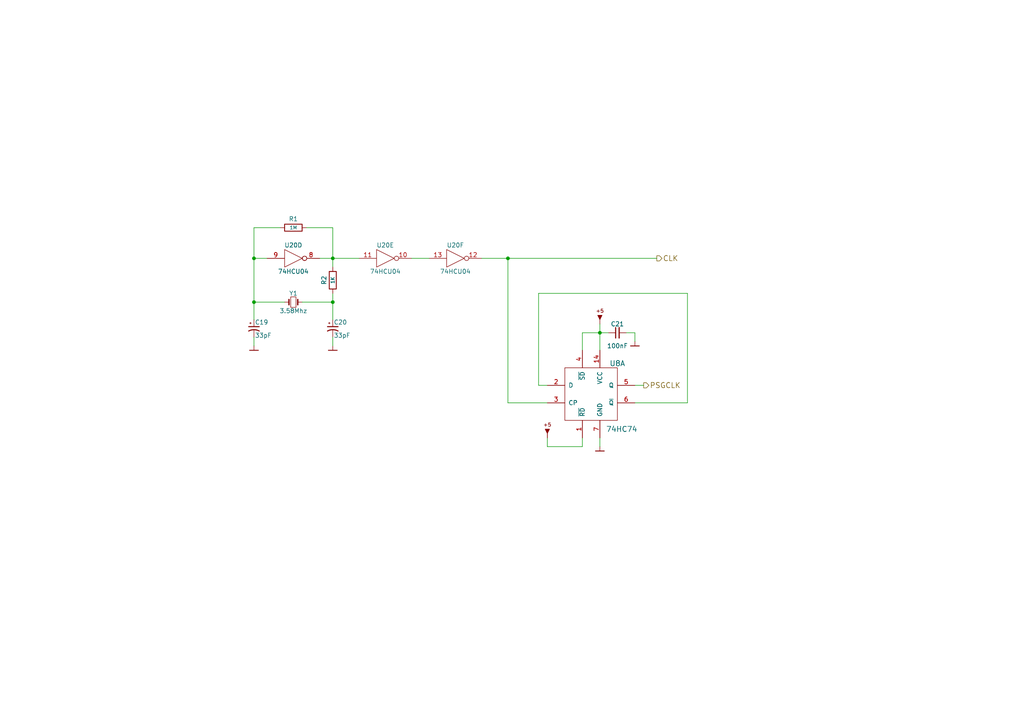
<source format=kicad_sch>
(kicad_sch (version 20211123) (generator eeschema)

  (uuid 0ce1dd44-f307-4f98-9f0d-478fd87daa64)

  (paper "A4")

  (lib_symbols
    (symbol "artemisa:74HC74" (pin_names (offset 1.016)) (in_bom yes) (on_board yes)
      (property "Reference" "U" (id 0) (at -6.35 8.89 0)
        (effects (font (size 1.524 1.524)))
      )
      (property "Value" "74HC74" (id 1) (at 12.7 -6.35 0)
        (effects (font (size 1.524 1.524)))
      )
      (property "Footprint" "" (id 2) (at -2.54 -5.08 0)
        (effects (font (size 1.524 1.524)) hide)
      )
      (property "Datasheet" "" (id 3) (at -2.54 -5.08 0)
        (effects (font (size 1.524 1.524)) hide)
      )
      (symbol "74HC74_1_1"
        (rectangle (start -7.62 7.62) (end 7.62 -7.62)
          (stroke (width 0) (type default) (color 0 0 0 0))
          (fill (type none))
        )
        (pin input line (at -2.54 -12.7 90) (length 5.08)
          (name "~{RD}" (effects (font (size 1.27 1.27))))
          (number "1" (effects (font (size 1.27 1.27))))
        )
        (pin power_in line (at 2.54 12.7 270) (length 5.08)
          (name "VCC" (effects (font (size 1.27 1.27))))
          (number "14" (effects (font (size 1.27 1.27))))
        )
        (pin input line (at -12.7 2.54 0) (length 5.08)
          (name "D" (effects (font (size 1.27 1.27))))
          (number "2" (effects (font (size 1.27 1.27))))
        )
        (pin input line (at -12.7 -2.54 0) (length 5.08)
          (name "CP" (effects (font (size 1.27 1.27))))
          (number "3" (effects (font (size 1.27 1.27))))
        )
        (pin input line (at -2.54 12.7 270) (length 5.08)
          (name "~{SD}" (effects (font (size 1.27 1.27))))
          (number "4" (effects (font (size 1.27 1.27))))
        )
        (pin output line (at 12.7 2.54 180) (length 5.08)
          (name "Q" (effects (font (size 1.27 1.27))))
          (number "5" (effects (font (size 1.27 1.27))))
        )
        (pin output line (at 12.7 -2.54 180) (length 5.08)
          (name "~{Q}" (effects (font (size 1.27 1.27))))
          (number "6" (effects (font (size 1.27 1.27))))
        )
        (pin power_in line (at 2.54 -12.7 90) (length 5.08)
          (name "GND" (effects (font (size 1.27 1.27))))
          (number "7" (effects (font (size 1.27 1.27))))
        )
      )
      (symbol "74HC74_2_1"
        (rectangle (start -5.08 7.62) (end 5.08 -7.62)
          (stroke (width 0) (type default) (color 0 0 0 0))
          (fill (type none))
        )
        (pin input line (at 0 12.7 270) (length 5.08)
          (name "~{SD}" (effects (font (size 1.27 1.27))))
          (number "10" (effects (font (size 1.27 1.27))))
        )
        (pin input line (at -10.16 -2.54 0) (length 5.08)
          (name "CP" (effects (font (size 1.27 1.27))))
          (number "11" (effects (font (size 1.27 1.27))))
        )
        (pin input line (at -10.16 2.54 0) (length 5.08)
          (name "D" (effects (font (size 1.27 1.27))))
          (number "12" (effects (font (size 1.27 1.27))))
        )
        (pin input line (at 0 -12.7 90) (length 5.08)
          (name "~{RD}" (effects (font (size 1.27 1.27))))
          (number "13" (effects (font (size 1.27 1.27))))
        )
        (pin output line (at 10.16 -2.54 180) (length 5.08)
          (name "~{Q}" (effects (font (size 1.27 1.27))))
          (number "8" (effects (font (size 1.27 1.27))))
        )
        (pin output line (at 10.16 2.54 180) (length 5.08)
          (name "Q" (effects (font (size 1.27 1.27))))
          (number "9" (effects (font (size 1.27 1.27))))
        )
      )
    )
    (symbol "artemisa:74HCU04" (pin_names (offset 0.762) hide) (in_bom yes) (on_board yes)
      (property "Reference" "U" (id 0) (at -7.62 2.54 0)
        (effects (font (size 1.27 1.27)))
      )
      (property "Value" "74HCU04" (id 1) (at -6.35 -1.27 0)
        (effects (font (size 1.27 1.27)))
      )
      (property "Footprint" "" (id 2) (at 0 0 0)
        (effects (font (size 1.27 1.27)) hide)
      )
      (property "Datasheet" "" (id 3) (at 0 0 0)
        (effects (font (size 1.27 1.27)) hide)
      )
      (symbol "74HCU04_1_1"
        (polyline
          (pts
            (xy -2.54 -2.54)
            (xy -2.54 2.54)
            (xy 2.54 0)
            (xy -2.54 -2.54)
          )
          (stroke (width 0) (type default) (color 0 0 0 0))
          (fill (type none))
        )
        (text "GND" (at 1.27 -3.81 900)
          (effects (font (size 0.762 0.762)))
        )
        (text "VCC" (at 1.27 3.81 900)
          (effects (font (size 0.762 0.762)))
        )
        (pin input line (at -7.62 0 0) (length 5.0038)
          (name "~" (effects (font (size 1.27 1.27))))
          (number "1" (effects (font (size 1.27 1.27))))
        )
        (pin power_in line (at 0 5.08 270) (length 3.81)
          (name "VCC" (effects (font (size 1.27 1.27))))
          (number "14" (effects (font (size 0.762 0.762))))
        )
        (pin output inverted (at 7.62 0 180) (length 5.0038)
          (name "~" (effects (font (size 1.27 1.27))))
          (number "2" (effects (font (size 1.27 1.27))))
        )
        (pin power_in line (at 0 -5.08 90) (length 3.81)
          (name "GND" (effects (font (size 1.27 1.27))))
          (number "7" (effects (font (size 0.762 0.762))))
        )
      )
      (symbol "74HCU04_1_2"
        (polyline
          (pts
            (xy -2.54 2.54)
            (xy -2.54 -2.54)
            (xy 2.54 0)
            (xy -2.54 2.54)
          )
          (stroke (width 0) (type default) (color 0 0 0 0))
          (fill (type none))
        )
        (pin input inverted (at -7.62 0 0) (length 5.08)
          (name "~" (effects (font (size 1.27 1.27))))
          (number "1" (effects (font (size 1.27 1.27))))
        )
        (pin output line (at 7.62 0 180) (length 5.08)
          (name "~" (effects (font (size 1.27 1.27))))
          (number "2" (effects (font (size 1.27 1.27))))
        )
      )
      (symbol "74HCU04_2_1"
        (polyline
          (pts
            (xy -2.54 2.54)
            (xy -2.54 -2.54)
            (xy 2.54 0)
            (xy -2.54 2.54)
          )
          (stroke (width 0) (type default) (color 0 0 0 0))
          (fill (type none))
        )
        (pin input line (at -7.62 0 0) (length 5.0038)
          (name "~" (effects (font (size 1.27 1.27))))
          (number "3" (effects (font (size 1.27 1.27))))
        )
        (pin output inverted (at 7.62 0 180) (length 5.0038)
          (name "~" (effects (font (size 1.27 1.27))))
          (number "4" (effects (font (size 1.27 1.27))))
        )
      )
      (symbol "74HCU04_2_2"
        (polyline
          (pts
            (xy -2.54 2.54)
            (xy -2.54 -2.54)
            (xy 2.54 0)
            (xy -2.54 2.54)
          )
          (stroke (width 0) (type default) (color 0 0 0 0))
          (fill (type none))
        )
        (pin input inverted (at -7.62 0 0) (length 5.08)
          (name "~" (effects (font (size 1.27 1.27))))
          (number "3" (effects (font (size 1.27 1.27))))
        )
        (pin output line (at 7.62 0 180) (length 5.08)
          (name "~" (effects (font (size 1.27 1.27))))
          (number "4" (effects (font (size 1.27 1.27))))
        )
      )
      (symbol "74HCU04_3_1"
        (polyline
          (pts
            (xy -2.54 2.54)
            (xy -2.54 -2.54)
            (xy 2.54 0)
            (xy -2.54 2.54)
          )
          (stroke (width 0) (type default) (color 0 0 0 0))
          (fill (type none))
        )
        (pin input line (at -7.62 0 0) (length 5.0038)
          (name "~" (effects (font (size 1.27 1.27))))
          (number "5" (effects (font (size 1.27 1.27))))
        )
        (pin output inverted (at 7.62 0 180) (length 5.0038)
          (name "~" (effects (font (size 1.27 1.27))))
          (number "6" (effects (font (size 1.27 1.27))))
        )
      )
      (symbol "74HCU04_3_2"
        (polyline
          (pts
            (xy -2.54 2.54)
            (xy -2.54 -2.54)
            (xy 2.54 0)
            (xy -2.54 2.54)
          )
          (stroke (width 0) (type default) (color 0 0 0 0))
          (fill (type none))
        )
        (pin input inverted (at -7.62 0 0) (length 5.08)
          (name "~" (effects (font (size 1.27 1.27))))
          (number "5" (effects (font (size 1.27 1.27))))
        )
        (pin output line (at 7.62 0 180) (length 5.08)
          (name "~" (effects (font (size 1.27 1.27))))
          (number "6" (effects (font (size 1.27 1.27))))
        )
      )
      (symbol "74HCU04_4_1"
        (polyline
          (pts
            (xy -2.54 2.54)
            (xy -2.54 -2.54)
            (xy 2.54 0)
            (xy -2.54 2.54)
          )
          (stroke (width 0) (type default) (color 0 0 0 0))
          (fill (type none))
        )
        (pin output inverted (at 7.62 0 180) (length 5.0038)
          (name "~" (effects (font (size 1.27 1.27))))
          (number "8" (effects (font (size 1.27 1.27))))
        )
        (pin input line (at -7.62 0 0) (length 5.0038)
          (name "~" (effects (font (size 1.27 1.27))))
          (number "9" (effects (font (size 1.27 1.27))))
        )
      )
      (symbol "74HCU04_4_2"
        (polyline
          (pts
            (xy -2.54 2.54)
            (xy -2.54 -2.54)
            (xy 2.54 0)
            (xy -2.54 2.54)
          )
          (stroke (width 0) (type default) (color 0 0 0 0))
          (fill (type none))
        )
        (pin output line (at 7.62 0 180) (length 5.08)
          (name "~" (effects (font (size 1.27 1.27))))
          (number "8" (effects (font (size 1.27 1.27))))
        )
        (pin input inverted (at -7.62 0 0) (length 5.08)
          (name "~" (effects (font (size 1.27 1.27))))
          (number "9" (effects (font (size 1.27 1.27))))
        )
      )
      (symbol "74HCU04_5_1"
        (polyline
          (pts
            (xy -2.54 2.54)
            (xy -2.54 -2.54)
            (xy 2.54 0)
            (xy -2.54 2.54)
          )
          (stroke (width 0) (type default) (color 0 0 0 0))
          (fill (type none))
        )
        (pin output inverted (at 7.62 0 180) (length 5.0038)
          (name "~" (effects (font (size 1.27 1.27))))
          (number "10" (effects (font (size 1.27 1.27))))
        )
        (pin input line (at -7.62 0 0) (length 5.0038)
          (name "~" (effects (font (size 1.27 1.27))))
          (number "11" (effects (font (size 1.27 1.27))))
        )
      )
      (symbol "74HCU04_5_2"
        (polyline
          (pts
            (xy -2.54 2.54)
            (xy -2.54 -2.54)
            (xy 2.54 0)
            (xy -2.54 2.54)
          )
          (stroke (width 0) (type default) (color 0 0 0 0))
          (fill (type none))
        )
        (pin output line (at 7.62 0 180) (length 5.08)
          (name "~" (effects (font (size 1.27 1.27))))
          (number "10" (effects (font (size 1.27 1.27))))
        )
        (pin input inverted (at -7.62 0 0) (length 5.08)
          (name "~" (effects (font (size 1.27 1.27))))
          (number "11" (effects (font (size 1.27 1.27))))
        )
      )
      (symbol "74HCU04_6_1"
        (polyline
          (pts
            (xy -2.54 2.54)
            (xy -2.54 -2.54)
            (xy 2.54 0)
            (xy -2.54 2.54)
          )
          (stroke (width 0) (type default) (color 0 0 0 0))
          (fill (type none))
        )
        (pin output inverted (at 7.62 0 180) (length 5.0038)
          (name "~" (effects (font (size 1.27 1.27))))
          (number "12" (effects (font (size 1.27 1.27))))
        )
        (pin input line (at -7.62 0 0) (length 5.0038)
          (name "~" (effects (font (size 1.27 1.27))))
          (number "13" (effects (font (size 1.27 1.27))))
        )
      )
      (symbol "74HCU04_6_2"
        (polyline
          (pts
            (xy -2.54 2.54)
            (xy -2.54 -2.54)
            (xy 2.54 0)
            (xy -2.54 2.54)
          )
          (stroke (width 0) (type default) (color 0 0 0 0))
          (fill (type none))
        )
        (pin output line (at 7.62 0 180) (length 5.08)
          (name "~" (effects (font (size 1.27 1.27))))
          (number "12" (effects (font (size 1.27 1.27))))
        )
        (pin input inverted (at -7.62 0 0) (length 5.08)
          (name "~" (effects (font (size 1.27 1.27))))
          (number "13" (effects (font (size 1.27 1.27))))
        )
      )
    )
    (symbol "artemisa:CP" (pin_numbers hide) (pin_names (offset 0.254) hide) (in_bom yes) (on_board yes)
      (property "Reference" "C" (id 0) (at 0.254 1.778 0)
        (effects (font (size 1.27 1.27)) (justify left))
      )
      (property "Value" "CP" (id 1) (at 0.254 -2.032 0)
        (effects (font (size 1.27 1.27)) (justify left))
      )
      (property "Footprint" "" (id 2) (at 0 0 0)
        (effects (font (size 1.27 1.27)) hide)
      )
      (property "Datasheet" "" (id 3) (at 0 0 0)
        (effects (font (size 1.27 1.27)) hide)
      )
      (property "ki_fp_filters" "CP_*" (id 4) (at 0 0 0)
        (effects (font (size 1.27 1.27)) hide)
      )
      (symbol "CP_0_1"
        (polyline
          (pts
            (xy -1.524 0.508)
            (xy 1.524 0.508)
          )
          (stroke (width 0.3048) (type default) (color 0 0 0 0))
          (fill (type none))
        )
        (polyline
          (pts
            (xy -1.27 1.524)
            (xy -0.762 1.524)
          )
          (stroke (width 0) (type default) (color 0 0 0 0))
          (fill (type none))
        )
        (polyline
          (pts
            (xy -1.016 1.27)
            (xy -1.016 1.778)
          )
          (stroke (width 0) (type default) (color 0 0 0 0))
          (fill (type none))
        )
        (arc (start 1.524 -0.762) (mid 0 -0.3734) (end -1.524 -0.762)
          (stroke (width 0.3048) (type default) (color 0 0 0 0))
          (fill (type none))
        )
      )
      (symbol "CP_1_1"
        (pin passive line (at 0 2.54 270) (length 2.032)
          (name "~" (effects (font (size 1.27 1.27))))
          (number "1" (effects (font (size 1.27 1.27))))
        )
        (pin passive line (at 0 -2.54 90) (length 2.032)
          (name "~" (effects (font (size 1.27 1.27))))
          (number "2" (effects (font (size 1.27 1.27))))
        )
      )
    )
    (symbol "artemisa:Cap" (pin_numbers hide) (pin_names (offset 0.254) hide) (in_bom yes) (on_board yes)
      (property "Reference" "C" (id 0) (at 0.254 1.778 0)
        (effects (font (size 1.27 1.27)) (justify left))
      )
      (property "Value" "Cap" (id 1) (at 0.254 -2.032 0)
        (effects (font (size 1.27 1.27)) (justify left))
      )
      (property "Footprint" "" (id 2) (at 0 0 0)
        (effects (font (size 1.27 1.27)) hide)
      )
      (property "Datasheet" "" (id 3) (at 0 0 0)
        (effects (font (size 1.27 1.27)) hide)
      )
      (property "ki_fp_filters" "C_*" (id 4) (at 0 0 0)
        (effects (font (size 1.27 1.27)) hide)
      )
      (symbol "Cap_0_1"
        (polyline
          (pts
            (xy -1.524 -0.508)
            (xy 1.524 -0.508)
          )
          (stroke (width 0.3302) (type default) (color 0 0 0 0))
          (fill (type none))
        )
        (polyline
          (pts
            (xy -1.524 0.508)
            (xy 1.524 0.508)
          )
          (stroke (width 0.3048) (type default) (color 0 0 0 0))
          (fill (type none))
        )
      )
      (symbol "Cap_1_1"
        (pin passive line (at 0 2.54 270) (length 2.032)
          (name "~" (effects (font (size 1.27 1.27))))
          (number "1" (effects (font (size 1.27 1.27))))
        )
        (pin passive line (at 0 -2.54 90) (length 2.032)
          (name "~" (effects (font (size 1.27 1.27))))
          (number "2" (effects (font (size 1.27 1.27))))
        )
      )
    )
    (symbol "artemisa:Crystal" (pin_numbers hide) (pin_names (offset 1.016) hide) (in_bom yes) (on_board yes)
      (property "Reference" "Y" (id 0) (at 0 2.54 0)
        (effects (font (size 1.27 1.27)))
      )
      (property "Value" "Crystal" (id 1) (at 0 -2.54 0)
        (effects (font (size 1.27 1.27)))
      )
      (property "Footprint" "" (id 2) (at 0 0 0)
        (effects (font (size 1.27 1.27)) hide)
      )
      (property "Datasheet" "" (id 3) (at 0 0 0)
        (effects (font (size 1.27 1.27)) hide)
      )
      (property "ki_fp_filters" "Crystal*" (id 4) (at 0 0 0)
        (effects (font (size 1.27 1.27)) hide)
      )
      (symbol "Crystal_0_1"
        (rectangle (start -0.762 -1.524) (end 0.762 1.524)
          (stroke (width 0) (type default) (color 0 0 0 0))
          (fill (type none))
        )
        (polyline
          (pts
            (xy -1.27 -0.762)
            (xy -1.27 0.762)
          )
          (stroke (width 0.381) (type default) (color 0 0 0 0))
          (fill (type none))
        )
        (polyline
          (pts
            (xy 1.27 -0.762)
            (xy 1.27 0.762)
          )
          (stroke (width 0.381) (type default) (color 0 0 0 0))
          (fill (type none))
        )
      )
      (symbol "Crystal_1_1"
        (pin passive line (at -2.54 0 0) (length 1.27)
          (name "1" (effects (font (size 1.27 1.27))))
          (number "1" (effects (font (size 1.27 1.27))))
        )
        (pin passive line (at 2.54 0 180) (length 1.27)
          (name "2" (effects (font (size 1.27 1.27))))
          (number "2" (effects (font (size 1.27 1.27))))
        )
      )
    )
    (symbol "artemisa:GND" (power) (pin_numbers hide) (pin_names (offset 0) hide) (in_bom yes) (on_board yes)
      (property "Reference" "#PWR" (id 0) (at 0 -2.54 0)
        (effects (font (size 1.524 1.524)) hide)
      )
      (property "Value" "GND" (id 1) (at 0 2.54 0)
        (effects (font (size 1.524 1.524)) hide)
      )
      (property "Footprint" "" (id 2) (at 0 0 0)
        (effects (font (size 1.524 1.524)) hide)
      )
      (property "Datasheet" "" (id 3) (at 0 0 0)
        (effects (font (size 1.524 1.524)) hide)
      )
      (symbol "GND_0_1"
        (polyline
          (pts
            (xy -1.27 -1.27)
            (xy 1.27 -1.27)
          )
          (stroke (width 0.254) (type default) (color 0 0 0 0))
          (fill (type none))
        )
      )
      (symbol "GND_1_1"
        (pin power_in line (at 0 0 270) (length 1.27)
          (name "GND" (effects (font (size 1.27 1.27))))
          (number "~" (effects (font (size 1.27 1.27))))
        )
      )
    )
    (symbol "artemisa:R" (pin_numbers hide) (pin_names (offset 1.016)) (in_bom yes) (on_board yes)
      (property "Reference" "R" (id 0) (at 0 -2.54 0)
        (effects (font (size 1.524 1.524)))
      )
      (property "Value" "R" (id 1) (at 0 0 0)
        (effects (font (size 1.016 1.016)))
      )
      (property "Footprint" "" (id 2) (at 0 0 90)
        (effects (font (size 1.524 1.524)) hide)
      )
      (property "Datasheet" "" (id 3) (at 0 0 90)
        (effects (font (size 1.524 1.524)) hide)
      )
      (symbol "R_1_1"
        (rectangle (start 2.54 -1.016) (end -2.54 1.016)
          (stroke (width 0.254) (type default) (color 0 0 0 0))
          (fill (type none))
        )
        (pin passive line (at -3.81 0 0) (length 1.27)
          (name "~" (effects (font (size 1.27 1.27))))
          (number "1" (effects (font (size 1.27 1.27))))
        )
        (pin passive line (at 3.81 0 180) (length 1.27)
          (name "~" (effects (font (size 1.27 1.27))))
          (number "2" (effects (font (size 1.27 1.27))))
        )
      )
    )
    (symbol "artemisa:VCC" (power) (pin_numbers hide) (pin_names (offset 0) hide) (in_bom yes) (on_board yes)
      (property "Reference" "#PWR" (id 0) (at 0 -1.27 0)
        (effects (font (size 1.524 1.524)) hide)
      )
      (property "Value" "VCC" (id 1) (at 0 6.35 0)
        (effects (font (size 1.524 1.524)) hide)
      )
      (property "Footprint" "" (id 2) (at 0 0 0)
        (effects (font (size 1.524 1.524)) hide)
      )
      (property "Datasheet" "" (id 3) (at 0 0 0)
        (effects (font (size 1.524 1.524)) hide)
      )
      (symbol "VCC_0_0"
        (text "+5" (at 0 3.81 0)
          (effects (font (size 1.016 1.016)))
        )
      )
      (symbol "VCC_0_1"
        (polyline
          (pts
            (xy 0 1.27)
            (xy 0.635 2.54)
            (xy -0.635 2.54)
            (xy 0 1.27)
          )
          (stroke (width 0) (type default) (color 0 0 0 0))
          (fill (type outline))
        )
      )
      (symbol "VCC_1_1"
        (pin power_in line (at 0 0 90) (length 1.27)
          (name "VCC" (effects (font (size 1.27 1.27))))
          (number "1" (effects (font (size 1.27 1.27))))
        )
      )
    )
  )

  (junction (at 73.66 87.63) (diameter 0) (color 0 0 0 0)
    (uuid 2b25e886-ded1-450a-ada1-ece4208052e4)
  )
  (junction (at 73.66 74.93) (diameter 0) (color 0 0 0 0)
    (uuid 5e6153e6-2c19-46de-9a8e-b310a2a07861)
  )
  (junction (at 96.52 87.63) (diameter 0) (color 0 0 0 0)
    (uuid 62f15a9a-9893-486e-9ad0-ea43f88fc9e7)
  )
  (junction (at 147.32 74.93) (diameter 0) (color 0 0 0 0)
    (uuid a686ed7c-c2d1-4d29-9d54-727faf9fd6bf)
  )
  (junction (at 96.52 74.93) (diameter 0) (color 0 0 0 0)
    (uuid c15b2f75-2e10-4b71-bebb-e2b872171b92)
  )
  (junction (at 173.99 96.52) (diameter 0) (color 0 0 0 0)
    (uuid fe6d9604-2924-4f38-950b-a31e8a281973)
  )

  (wire (pts (xy 173.99 96.52) (xy 173.99 101.6))
    (stroke (width 0) (type default) (color 0 0 0 0))
    (uuid 082aed28-f9e8-49e7-96ee-b5aa9f0319c7)
  )
  (wire (pts (xy 73.66 87.63) (xy 73.66 92.71))
    (stroke (width 0) (type default) (color 0 0 0 0))
    (uuid 09bbea88-8bd7-48ec-baae-1b4a9a11a40e)
  )
  (wire (pts (xy 81.28 66.04) (xy 73.66 66.04))
    (stroke (width 0) (type default) (color 0 0 0 0))
    (uuid 0f0f7bb5-ade7-4a81-82b4-43be6a8ad05c)
  )
  (wire (pts (xy 173.99 96.52) (xy 176.53 96.52))
    (stroke (width 0) (type default) (color 0 0 0 0))
    (uuid 10b20c6b-8045-46d1-a965-0d7dd9a1b5fa)
  )
  (wire (pts (xy 147.32 74.93) (xy 190.5 74.93))
    (stroke (width 0) (type default) (color 0 0 0 0))
    (uuid 15189cef-9045-423b-b4f6-a763d4e75704)
  )
  (wire (pts (xy 73.66 66.04) (xy 73.66 74.93))
    (stroke (width 0) (type default) (color 0 0 0 0))
    (uuid 1cacb878-9da4-41fc-aa80-018bc841e19a)
  )
  (wire (pts (xy 156.21 111.76) (xy 158.75 111.76))
    (stroke (width 0) (type default) (color 0 0 0 0))
    (uuid 291935ec-f8ff-41f0-8717-e68b8af7b8c1)
  )
  (wire (pts (xy 147.32 116.84) (xy 147.32 74.93))
    (stroke (width 0) (type default) (color 0 0 0 0))
    (uuid 2a4111b7-8149-4814-9344-3b8119cd75e4)
  )
  (wire (pts (xy 158.75 116.84) (xy 147.32 116.84))
    (stroke (width 0) (type default) (color 0 0 0 0))
    (uuid 35fb7c56-dc85-43f7-b954-81b8040a8500)
  )
  (wire (pts (xy 73.66 74.93) (xy 73.66 87.63))
    (stroke (width 0) (type default) (color 0 0 0 0))
    (uuid 41c18011-40db-4384-9ba4-c0158d0d9d6a)
  )
  (wire (pts (xy 96.52 87.63) (xy 96.52 92.71))
    (stroke (width 0) (type default) (color 0 0 0 0))
    (uuid 4346fe55-f906-453a-b81a-1c013104a598)
  )
  (wire (pts (xy 173.99 129.54) (xy 173.99 127))
    (stroke (width 0) (type default) (color 0 0 0 0))
    (uuid 4e677390-a246-4ca0-954c-746e0870f88f)
  )
  (wire (pts (xy 96.52 85.09) (xy 96.52 87.63))
    (stroke (width 0) (type default) (color 0 0 0 0))
    (uuid 51cc007a-3378-4ce3-909c-71e94822f8d1)
  )
  (wire (pts (xy 73.66 87.63) (xy 82.55 87.63))
    (stroke (width 0) (type default) (color 0 0 0 0))
    (uuid 5576cd03-3bad-40c5-9316-1d286895d52a)
  )
  (wire (pts (xy 168.91 127) (xy 168.91 129.54))
    (stroke (width 0) (type default) (color 0 0 0 0))
    (uuid 560d05a7-84e4-403a-80d1-f287a4032b8a)
  )
  (wire (pts (xy 96.52 74.93) (xy 92.71 74.93))
    (stroke (width 0) (type default) (color 0 0 0 0))
    (uuid 56d2bc5d-fd72-4542-ab0f-053a5fd60efa)
  )
  (wire (pts (xy 156.21 85.09) (xy 199.39 85.09))
    (stroke (width 0) (type default) (color 0 0 0 0))
    (uuid 59f60168-cced-43c9-aaa5-41a1a8a2f631)
  )
  (wire (pts (xy 139.7 74.93) (xy 147.32 74.93))
    (stroke (width 0) (type default) (color 0 0 0 0))
    (uuid 66ca01b3-51ff-4294-9b77-4492e98f6aec)
  )
  (wire (pts (xy 156.21 111.76) (xy 156.21 85.09))
    (stroke (width 0) (type default) (color 0 0 0 0))
    (uuid 73ee7e03-97a8-4121-b568-c25f3934a935)
  )
  (wire (pts (xy 186.69 111.76) (xy 184.15 111.76))
    (stroke (width 0) (type default) (color 0 0 0 0))
    (uuid 74855e0d-40e4-4940-a544-edae9207b2ea)
  )
  (wire (pts (xy 158.75 129.54) (xy 168.91 129.54))
    (stroke (width 0) (type default) (color 0 0 0 0))
    (uuid 7f064424-06a6-4f5b-87d6-1970ae527766)
  )
  (wire (pts (xy 168.91 96.52) (xy 168.91 101.6))
    (stroke (width 0) (type default) (color 0 0 0 0))
    (uuid 82204892-ec79-4d38-a593-52fb9a9b4b87)
  )
  (wire (pts (xy 73.66 100.33) (xy 73.66 97.79))
    (stroke (width 0) (type default) (color 0 0 0 0))
    (uuid 83184391-76ed-44f0-8cd0-01f89f157bdb)
  )
  (wire (pts (xy 184.15 99.06) (xy 184.15 96.52))
    (stroke (width 0) (type default) (color 0 0 0 0))
    (uuid 8b963561-586b-4575-b721-87e7914602c6)
  )
  (wire (pts (xy 87.63 87.63) (xy 96.52 87.63))
    (stroke (width 0) (type default) (color 0 0 0 0))
    (uuid 96ef76a5-90c3-4767-98ba-2b61887e28d3)
  )
  (wire (pts (xy 96.52 74.93) (xy 104.14 74.93))
    (stroke (width 0) (type default) (color 0 0 0 0))
    (uuid 9f969b13-1795-4747-8326-93bdc304ed56)
  )
  (wire (pts (xy 158.75 127) (xy 158.75 129.54))
    (stroke (width 0) (type default) (color 0 0 0 0))
    (uuid a2a0f5cc-b5aa-4e3e-8d85-23bdc2f59aec)
  )
  (wire (pts (xy 96.52 66.04) (xy 96.52 74.93))
    (stroke (width 0) (type default) (color 0 0 0 0))
    (uuid b2b363dd-8e47-4a76-a142-e00e28334875)
  )
  (wire (pts (xy 173.99 96.52) (xy 168.91 96.52))
    (stroke (width 0) (type default) (color 0 0 0 0))
    (uuid b8c8c7a1-d546-4878-9de9-463ec76dff98)
  )
  (wire (pts (xy 96.52 74.93) (xy 96.52 77.47))
    (stroke (width 0) (type default) (color 0 0 0 0))
    (uuid c512fed3-9770-476b-b048-e781b4f3cd72)
  )
  (wire (pts (xy 96.52 66.04) (xy 88.9 66.04))
    (stroke (width 0) (type default) (color 0 0 0 0))
    (uuid cb1a49ef-0a06-4f40-9008-61d1d1c36198)
  )
  (wire (pts (xy 124.46 74.93) (xy 119.38 74.93))
    (stroke (width 0) (type default) (color 0 0 0 0))
    (uuid d655bb0a-cbf9-4908-ad60-7024ff468fbd)
  )
  (wire (pts (xy 199.39 116.84) (xy 199.39 85.09))
    (stroke (width 0) (type default) (color 0 0 0 0))
    (uuid d68dca9b-48b3-498b-9b5f-3b3838250f82)
  )
  (wire (pts (xy 184.15 96.52) (xy 181.61 96.52))
    (stroke (width 0) (type default) (color 0 0 0 0))
    (uuid da862bae-4511-4bb9-b18d-fa60a2737feb)
  )
  (wire (pts (xy 96.52 100.33) (xy 96.52 97.79))
    (stroke (width 0) (type default) (color 0 0 0 0))
    (uuid db6412d3-e6c3-4bdd-abf4-a8f55d56df31)
  )
  (wire (pts (xy 173.99 96.52) (xy 173.99 93.98))
    (stroke (width 0) (type default) (color 0 0 0 0))
    (uuid ef94502b-f22d-4da7-a17f-4100090b03a1)
  )
  (wire (pts (xy 184.15 116.84) (xy 199.39 116.84))
    (stroke (width 0) (type default) (color 0 0 0 0))
    (uuid f6a3288e-9575-42bb-af05-a920d59aded8)
  )
  (wire (pts (xy 77.47 74.93) (xy 73.66 74.93))
    (stroke (width 0) (type default) (color 0 0 0 0))
    (uuid f6a5c856-f2b5-40eb-a958-b666a0d408a0)
  )

  (hierarchical_label "PSGCLK" (shape output) (at 186.69 111.76 0)
    (effects (font (size 1.524 1.524)) (justify left))
    (uuid a239fd1d-dfbb-49fd-b565-8c3de9dcf42b)
  )
  (hierarchical_label "CLK" (shape output) (at 190.5 74.93 0)
    (effects (font (size 1.524 1.524)) (justify left))
    (uuid b9d4de74-d246-495d-8b63-12ab2133d6d6)
  )

  (symbol (lib_id "artemisa:Crystal") (at 85.09 87.63 0) (unit 1)
    (in_bom yes) (on_board yes)
    (uuid 00000000-0000-0000-0000-00005bf8884a)
    (property "Reference" "Y1" (id 0) (at 85.09 85.09 0))
    (property "Value" "3.58Mhz" (id 1) (at 85.09 90.17 0))
    (property "Footprint" "artemisa:Crystal" (id 2) (at 85.09 87.63 0)
      (effects (font (size 1.27 1.27)) hide)
    )
    (property "Datasheet" "" (id 3) (at 85.09 87.63 0)
      (effects (font (size 1.27 1.27)) hide)
    )
    (pin "1" (uuid bca00d08-1d1a-4671-abf5-2a3e69bc9ac6))
    (pin "2" (uuid 5c1f794e-f46f-47ee-9ff4-80d57ea4af19))
  )

  (symbol (lib_id "artemisa:CP") (at 73.66 95.25 0) (unit 1)
    (in_bom yes) (on_board yes)
    (uuid 00000000-0000-0000-0000-00005bf88851)
    (property "Reference" "C19" (id 0) (at 73.914 93.472 0)
      (effects (font (size 1.27 1.27)) (justify left))
    )
    (property "Value" "33pF" (id 1) (at 73.914 97.282 0)
      (effects (font (size 1.27 1.27)) (justify left))
    )
    (property "Footprint" "artemisa:Disc_capacitor" (id 2) (at 73.66 95.25 0)
      (effects (font (size 1.27 1.27)) hide)
    )
    (property "Datasheet" "" (id 3) (at 73.66 95.25 0)
      (effects (font (size 1.27 1.27)) hide)
    )
    (pin "1" (uuid 3edf4ad6-d132-45a4-8ed7-00927515ef53))
    (pin "2" (uuid e23778c8-498f-4f3c-a496-ca7948cd8002))
  )

  (symbol (lib_id "artemisa:CP") (at 96.52 95.25 0) (unit 1)
    (in_bom yes) (on_board yes)
    (uuid 00000000-0000-0000-0000-00005bf88858)
    (property "Reference" "C20" (id 0) (at 96.774 93.472 0)
      (effects (font (size 1.27 1.27)) (justify left))
    )
    (property "Value" "33pF" (id 1) (at 96.774 97.282 0)
      (effects (font (size 1.27 1.27)) (justify left))
    )
    (property "Footprint" "artemisa:Disc_capacitor" (id 2) (at 96.52 95.25 0)
      (effects (font (size 1.27 1.27)) hide)
    )
    (property "Datasheet" "" (id 3) (at 96.52 95.25 0)
      (effects (font (size 1.27 1.27)) hide)
    )
    (pin "1" (uuid 46e9332d-c795-4bf9-ac30-672c9f0dc01b))
    (pin "2" (uuid 1aed41db-dfd3-4b90-b7a1-5c94e9557cf1))
  )

  (symbol (lib_id "artemisa:74HCU04") (at 85.09 74.93 0) (unit 4)
    (in_bom yes) (on_board yes)
    (uuid 00000000-0000-0000-0000-00005bf8886e)
    (property "Reference" "U20" (id 0) (at 85.09 71.12 0))
    (property "Value" "74HCU04" (id 1) (at 85.09 78.74 0))
    (property "Footprint" "artemisa:DIP-14_300" (id 2) (at 85.09 74.93 0)
      (effects (font (size 1.27 1.27)) hide)
    )
    (property "Datasheet" "" (id 3) (at 85.09 74.93 0)
      (effects (font (size 1.27 1.27)) hide)
    )
    (pin "1" (uuid 7718da40-efa4-4e34-a267-870901c29b55))
    (pin "14" (uuid 3ec49490-906f-4a46-929c-b30b1502736b))
    (pin "2" (uuid 4dcf12f0-d22f-49eb-aa1b-3474b4dab3ed))
    (pin "7" (uuid 91ffa1de-4bff-4918-b879-52ed70dec913))
    (pin "3" (uuid a33778ae-6c6a-48d8-8b4c-745bf59d1391))
    (pin "4" (uuid 819438cd-eb04-49f4-9ba8-859316429688))
    (pin "5" (uuid abc425ae-34db-440c-baf2-199506429483))
    (pin "6" (uuid 4f46b8e8-9e73-4b6a-8e59-fbe50391f07b))
    (pin "8" (uuid 365ed274-ece5-479d-b394-a22ea72d34fa))
    (pin "9" (uuid 88afed53-0ec6-40ea-9b0f-1706cb8cd6a8))
    (pin "10" (uuid 9cedd501-5f1f-4872-8443-b4cd2ed87a12))
    (pin "11" (uuid c3ae173e-fd64-439b-98c6-e5ca41528bd9))
    (pin "12" (uuid 6b3f8bcc-3de8-4f39-8ed0-7c34895de042))
    (pin "13" (uuid 1095e07d-8c1c-40df-abaa-9cd930a13e62))
  )

  (symbol (lib_id "artemisa:74HCU04") (at 111.76 74.93 0) (unit 5)
    (in_bom yes) (on_board yes)
    (uuid 00000000-0000-0000-0000-00005bf88875)
    (property "Reference" "U20" (id 0) (at 111.76 71.12 0))
    (property "Value" "74HCU04" (id 1) (at 111.76 78.74 0))
    (property "Footprint" "artemisa:DIP-14_300" (id 2) (at 111.76 74.93 0)
      (effects (font (size 1.27 1.27)) hide)
    )
    (property "Datasheet" "" (id 3) (at 111.76 74.93 0)
      (effects (font (size 1.27 1.27)) hide)
    )
    (pin "1" (uuid 59105f9e-ada0-43e1-b3fb-c68ff75361e5))
    (pin "14" (uuid dfa64e3a-853f-45da-b6d7-93e2561a9b32))
    (pin "2" (uuid 52989783-c2ed-45d3-950f-2c6b6662bce9))
    (pin "7" (uuid 125b7ac6-58f8-4648-989a-7cb26078849e))
    (pin "3" (uuid c1af82fd-462e-47ca-b7fb-c897785e1a3e))
    (pin "4" (uuid 65840528-ae86-4ed9-af78-7b21e0f683c8))
    (pin "5" (uuid d4839c2b-a8ac-4cb1-92a9-e61030bbd675))
    (pin "6" (uuid 79401260-2f1e-4ed0-ada7-f2b90f89f5c6))
    (pin "8" (uuid b64b9c63-ae51-42f0-ac58-38094e4e141c))
    (pin "9" (uuid 3d8e7201-6ce5-4a8e-862f-faa744c79c67))
    (pin "10" (uuid ee38aec0-5beb-4800-bc27-4f11cb44b86c))
    (pin "11" (uuid c579da56-4f9a-4f3d-b913-557f4d7be3b4))
    (pin "12" (uuid 84b0d34f-561e-4159-b869-09ac10a3659e))
    (pin "13" (uuid bebef2ce-b901-44fd-84a6-49ad9d2cf651))
  )

  (symbol (lib_id "artemisa:R") (at 96.52 81.28 90) (unit 1)
    (in_bom yes) (on_board yes)
    (uuid 00000000-0000-0000-0000-00005bf8887c)
    (property "Reference" "R2" (id 0) (at 93.98 81.28 0))
    (property "Value" "1K" (id 1) (at 96.52 81.28 0)
      (effects (font (size 0.9906 0.9906)))
    )
    (property "Footprint" "artemisa:Axial_resistor" (id 2) (at 96.52 83.058 90)
      (effects (font (size 1.27 1.27)) hide)
    )
    (property "Datasheet" "" (id 3) (at 96.52 81.28 0)
      (effects (font (size 1.27 1.27)) hide)
    )
    (pin "1" (uuid 82f2e0d6-2fda-41d6-9b1f-1d94d4f9cb34))
    (pin "2" (uuid 9cb58f46-f724-447a-977f-c25c4fa3c7c4))
  )

  (symbol (lib_id "artemisa:R") (at 85.09 66.04 0) (unit 1)
    (in_bom yes) (on_board yes)
    (uuid 00000000-0000-0000-0000-00005bf88889)
    (property "Reference" "R1" (id 0) (at 85.09 63.5 0))
    (property "Value" "1M" (id 1) (at 85.09 66.04 0)
      (effects (font (size 0.9906 0.9906)))
    )
    (property "Footprint" "artemisa:Axial_resistor" (id 2) (at 83.312 66.04 90)
      (effects (font (size 1.27 1.27)) hide)
    )
    (property "Datasheet" "" (id 3) (at 85.09 66.04 0)
      (effects (font (size 1.27 1.27)) hide)
    )
    (pin "1" (uuid 8289d44a-3294-48d7-9aaf-7acd858828dc))
    (pin "2" (uuid 3fac1ffd-dad4-476c-b799-25824aef20cf))
  )

  (symbol (lib_id "artemisa:74HCU04") (at 132.08 74.93 0) (unit 6)
    (in_bom yes) (on_board yes)
    (uuid 00000000-0000-0000-0000-00005bf8889a)
    (property "Reference" "U20" (id 0) (at 132.08 71.12 0))
    (property "Value" "74HCU04" (id 1) (at 132.08 78.74 0))
    (property "Footprint" "artemisa:DIP-14_300" (id 2) (at 132.08 74.93 0)
      (effects (font (size 1.27 1.27)) hide)
    )
    (property "Datasheet" "" (id 3) (at 132.08 74.93 0)
      (effects (font (size 1.27 1.27)) hide)
    )
    (pin "1" (uuid d359f93e-704c-4d39-a437-9e6ae37eeb8f))
    (pin "14" (uuid 3fd0b65e-9dcc-4cde-917a-b3cacc42de47))
    (pin "2" (uuid 0e463808-51a8-4fe7-a3dd-e5cba2e81679))
    (pin "7" (uuid 2be5b708-76d3-4fa2-bd24-ba040ea870cf))
    (pin "3" (uuid 06238c72-f351-48ec-8a71-67d629a9b0b4))
    (pin "4" (uuid 518bc6cb-8998-45f3-9ca5-d6ef52682784))
    (pin "5" (uuid 3e338933-e9f4-45de-9ca2-d8dcfcaf8f59))
    (pin "6" (uuid f5677c41-5f29-4841-b647-470fd7be97f4))
    (pin "8" (uuid dd68fbf7-1b9e-464f-b0f8-c410d28cca58))
    (pin "9" (uuid 9533c33a-6bad-4dda-b0d3-7708db91a8a9))
    (pin "10" (uuid e8f1b820-faa5-4505-aec2-16ae742413fe))
    (pin "11" (uuid 716d3e07-623e-497f-945c-16daf2a02cec))
    (pin "12" (uuid 32b13f48-766e-4a55-8288-076cc8c02164))
    (pin "13" (uuid 8f823fa7-9625-488d-86a8-edebc666e2b1))
  )

  (symbol (lib_id "artemisa:74HC74") (at 171.45 114.3 0) (unit 1)
    (in_bom yes) (on_board yes)
    (uuid 00000000-0000-0000-0000-00005bfe5cc0)
    (property "Reference" "U8" (id 0) (at 179.07 105.41 0)
      (effects (font (size 1.524 1.524)))
    )
    (property "Value" "74HC74" (id 1) (at 180.34 124.46 0)
      (effects (font (size 1.524 1.524)))
    )
    (property "Footprint" "artemisa:DIP-14_300" (id 2) (at 171.45 119.38 0)
      (effects (font (size 1.524 1.524)) hide)
    )
    (property "Datasheet" "" (id 3) (at 171.45 119.38 0)
      (effects (font (size 1.524 1.524)) hide)
    )
    (pin "1" (uuid c6046fbf-8926-4dbf-8b01-5220e4d2de37))
    (pin "14" (uuid 2b6301a3-5467-4fc1-bb31-50e77447df18))
    (pin "2" (uuid 8c077155-3d1b-4c61-8ad6-aa7da49ff67a))
    (pin "3" (uuid f5c2b239-25c2-4a77-b83f-96c3fdbe7817))
    (pin "4" (uuid 5f70a067-b3bd-48a3-8ea3-c9f50586f7c5))
    (pin "5" (uuid 22e3c59c-b0c7-47c4-8072-845a74a60838))
    (pin "6" (uuid 00d35d35-a124-4754-a19e-a3136e64fbfa))
    (pin "7" (uuid d2a2d595-c71b-425e-a2be-8543c0300d91))
    (pin "10" (uuid e47e6e95-0956-4169-b0b3-7209e279c08c))
    (pin "11" (uuid 00f581e5-cd74-4331-848f-de2ca93f7f36))
    (pin "12" (uuid 9e838fb8-ba8a-4829-aa7e-5c1e4f925533))
    (pin "13" (uuid 19f50e7a-18b3-487b-b35e-21be3ffa34e5))
    (pin "8" (uuid b6ca9688-23ae-4b35-8e30-96a2f33dbe4d))
    (pin "9" (uuid ea5d18f5-d505-4f66-9596-373e2236d623))
  )

  (symbol (lib_id "artemisa:VCC") (at 173.99 93.98 0) (unit 1)
    (in_bom yes) (on_board yes)
    (uuid 00000000-0000-0000-0000-00005db548b1)
    (property "Reference" "#PWR071" (id 0) (at 173.99 95.25 0)
      (effects (font (size 1.524 1.524)) hide)
    )
    (property "Value" "VCC" (id 1) (at 173.99 87.63 0)
      (effects (font (size 1.524 1.524)) hide)
    )
    (property "Footprint" "" (id 2) (at 173.99 93.98 0)
      (effects (font (size 1.524 1.524)) hide)
    )
    (property "Datasheet" "" (id 3) (at 173.99 93.98 0)
      (effects (font (size 1.524 1.524)) hide)
    )
    (pin "1" (uuid 42f6556f-b60e-44d5-b844-a43f662e6239))
  )

  (symbol (lib_id "artemisa:GND") (at 96.52 100.33 0) (unit 1)
    (in_bom yes) (on_board yes)
    (uuid 00000000-0000-0000-0000-00005db55aa4)
    (property "Reference" "#PWR069" (id 0) (at 96.52 102.87 0)
      (effects (font (size 1.524 1.524)) hide)
    )
    (property "Value" "GND" (id 1) (at 96.52 97.79 0)
      (effects (font (size 1.524 1.524)) hide)
    )
    (property "Footprint" "" (id 2) (at 96.52 100.33 0)
      (effects (font (size 1.524 1.524)) hide)
    )
    (property "Datasheet" "" (id 3) (at 96.52 100.33 0)
      (effects (font (size 1.524 1.524)) hide)
    )
    (pin "~" (uuid 42ac3088-9453-4c74-ad7f-9a2bd627cf97))
  )

  (symbol (lib_id "artemisa:GND") (at 73.66 100.33 0) (unit 1)
    (in_bom yes) (on_board yes)
    (uuid 00000000-0000-0000-0000-00005db56097)
    (property "Reference" "#PWR068" (id 0) (at 73.66 102.87 0)
      (effects (font (size 1.524 1.524)) hide)
    )
    (property "Value" "GND" (id 1) (at 73.66 97.79 0)
      (effects (font (size 1.524 1.524)) hide)
    )
    (property "Footprint" "" (id 2) (at 73.66 100.33 0)
      (effects (font (size 1.524 1.524)) hide)
    )
    (property "Datasheet" "" (id 3) (at 73.66 100.33 0)
      (effects (font (size 1.524 1.524)) hide)
    )
    (pin "~" (uuid f05cc04a-65ae-4584-8a19-9f6fce221bd7))
  )

  (symbol (lib_id "artemisa:Cap") (at 179.07 96.52 90) (unit 1)
    (in_bom yes) (on_board yes)
    (uuid 00000000-0000-0000-0000-00006089e90e)
    (property "Reference" "C21" (id 0) (at 179.07 93.98 90))
    (property "Value" "100nF" (id 1) (at 179.07 100.33 90))
    (property "Footprint" "artemisa:Disc_capacitor" (id 2) (at 179.07 96.52 0)
      (effects (font (size 1.27 1.27)) hide)
    )
    (property "Datasheet" "" (id 3) (at 179.07 96.52 0)
      (effects (font (size 1.27 1.27)) hide)
    )
    (pin "1" (uuid b9a867ad-70c3-403b-8dbc-e360f8d87bd9))
    (pin "2" (uuid e69c376f-0145-4dad-8d57-6f88c3b8a73e))
  )

  (symbol (lib_id "artemisa:VCC") (at 158.75 127 0) (unit 1)
    (in_bom yes) (on_board yes)
    (uuid 00000000-0000-0000-0000-00006116a280)
    (property "Reference" "#PWR070" (id 0) (at 158.75 128.27 0)
      (effects (font (size 1.524 1.524)) hide)
    )
    (property "Value" "VCC" (id 1) (at 158.75 120.65 0)
      (effects (font (size 1.524 1.524)) hide)
    )
    (property "Footprint" "" (id 2) (at 158.75 127 0)
      (effects (font (size 1.524 1.524)) hide)
    )
    (property "Datasheet" "" (id 3) (at 158.75 127 0)
      (effects (font (size 1.524 1.524)) hide)
    )
    (pin "1" (uuid 66245adf-9c01-48a7-859b-29ae1787cb3a))
  )

  (symbol (lib_id "artemisa:GND") (at 184.15 99.06 0) (unit 1)
    (in_bom yes) (on_board yes)
    (uuid 00000000-0000-0000-0000-0000611788c4)
    (property "Reference" "#PWR073" (id 0) (at 184.15 101.6 0)
      (effects (font (size 1.524 1.524)) hide)
    )
    (property "Value" "GND" (id 1) (at 184.15 96.52 0)
      (effects (font (size 1.524 1.524)) hide)
    )
    (property "Footprint" "" (id 2) (at 184.15 99.06 0)
      (effects (font (size 1.524 1.524)) hide)
    )
    (property "Datasheet" "" (id 3) (at 184.15 99.06 0)
      (effects (font (size 1.524 1.524)) hide)
    )
    (pin "~" (uuid 46cb0465-6dd3-4c9e-ae0a-84609ba2c54d))
  )

  (symbol (lib_id "artemisa:GND") (at 173.99 129.54 0) (unit 1)
    (in_bom yes) (on_board yes)
    (uuid 00000000-0000-0000-0000-00006117b052)
    (property "Reference" "#PWR072" (id 0) (at 173.99 132.08 0)
      (effects (font (size 1.524 1.524)) hide)
    )
    (property "Value" "GND" (id 1) (at 173.99 127 0)
      (effects (font (size 1.524 1.524)) hide)
    )
    (property "Footprint" "" (id 2) (at 173.99 129.54 0)
      (effects (font (size 1.524 1.524)) hide)
    )
    (property "Datasheet" "" (id 3) (at 173.99 129.54 0)
      (effects (font (size 1.524 1.524)) hide)
    )
    (pin "~" (uuid cb316056-8909-486a-bf5b-649b06f9f1d8))
  )
)

</source>
